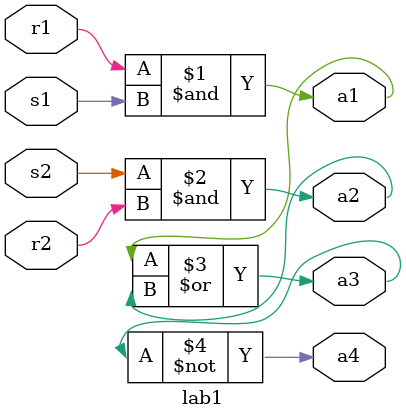
<source format=v>
module lab1(s1, s2, r1, r2, a1, a2, a3, a4);

input s1;
input s2;
input r1;
input r2;

output a1;
output a2;
output a3;
output a4;

and(a1, r1, s1);
and(a2, s2, r2);
or(a3, a1, a2);

not(a4, a3);


endmodule
</source>
